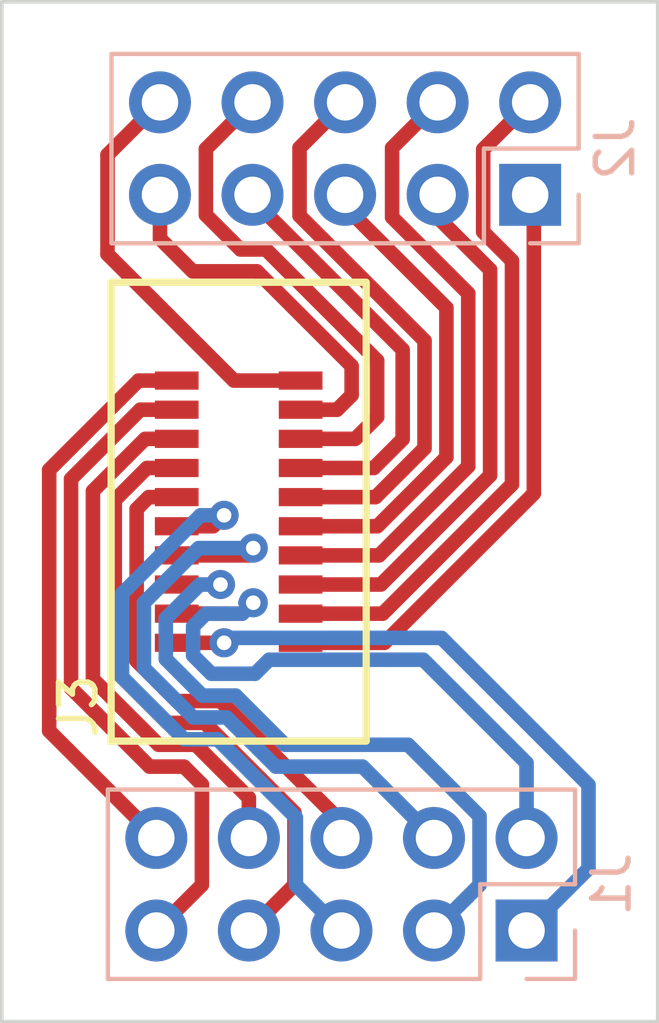
<source format=kicad_pcb>
(kicad_pcb (version 20200811) (host pcbnew "(5.99.0-2820-g96f4e8f6f)")

  (general
    (thickness 1.6)
    (drawings 1)
    (tracks 146)
    (modules 3)
    (nets 21)
  )

  (paper "A4")
  (layers
    (0 "F.Cu" signal)
    (31 "B.Cu" signal)
    (32 "B.Adhes" user)
    (33 "F.Adhes" user)
    (34 "B.Paste" user)
    (35 "F.Paste" user)
    (36 "B.SilkS" user)
    (37 "F.SilkS" user)
    (38 "B.Mask" user)
    (39 "F.Mask" user)
    (40 "Dwgs.User" user)
    (41 "Cmts.User" user)
    (42 "Eco1.User" user)
    (43 "Eco2.User" user)
    (44 "Edge.Cuts" user)
    (45 "Margin" user)
    (46 "B.CrtYd" user)
    (47 "F.CrtYd" user)
    (48 "B.Fab" user)
    (49 "F.Fab" user)
  )

  (setup
    (stackup
      (layer "F.SilkS" (type "Top Silk Screen"))
      (layer "F.Paste" (type "Top Solder Paste"))
      (layer "F.Mask" (type "Top Solder Mask") (color "Green") (thickness 0.01))
      (layer "F.Cu" (type "copper") (thickness 0.035))
      (layer "dielectric 1" (type "core") (thickness 1.51) (material "FR4") (epsilon_r 4.5) (loss_tangent 0.02))
      (layer "B.Cu" (type "copper") (thickness 0.035))
      (layer "B.Mask" (type "Bottom Solder Mask") (color "Green") (thickness 0.01))
      (layer "B.Paste" (type "Bottom Solder Paste"))
      (layer "B.SilkS" (type "Bottom Silk Screen"))
      (copper_finish "None")
      (dielectric_constraints no)
    )
    (pcbplotparams
      (layerselection 0x010fc_ffffffff)
      (usegerberextensions false)
      (usegerberattributes true)
      (usegerberadvancedattributes true)
      (creategerberjobfile true)
      (svguseinch false)
      (svgprecision 6)
      (excludeedgelayer true)
      (linewidth 0.100000)
      (plotframeref false)
      (viasonmask false)
      (mode 1)
      (useauxorigin false)
      (hpglpennumber 1)
      (hpglpenspeed 20)
      (hpglpendiameter 15.000000)
      (psnegative false)
      (psa4output false)
      (plotreference true)
      (plotvalue true)
      (plotinvisibletext false)
      (sketchpadsonfab false)
      (subtractmaskfromsilk false)
      (outputformat 1)
      (mirror false)
      (drillshape 0)
      (scaleselection 1)
      (outputdirectory "gerber")
    )
  )

  (net 0 "")
  (net 1 "/B10")
  (net 2 "/B9")
  (net 3 "/B8")
  (net 4 "/B7")
  (net 5 "/B6")
  (net 6 "/B5")
  (net 7 "/B4")
  (net 8 "/B3")
  (net 9 "/B2")
  (net 10 "/B1")
  (net 11 "/A10")
  (net 12 "/A9")
  (net 13 "/A8")
  (net 14 "/A7")
  (net 15 "/A6")
  (net 16 "/A5")
  (net 17 "/A4")
  (net 18 "/A3")
  (net 19 "/A2")
  (net 20 "/A1")

  (module "common_footprints:EPT_EC.8_20pin" (layer "F.Cu") (tedit 5F774092) (tstamp c207d776-726d-480b-9558-c1adf17e6ef5)
    (at 142 89 90)
    (property "Reichelt" "EC.8 20")
    (path "/3d1df27a-a102-4385-8696-8f0614142475")
    (fp_text reference "J3" (at -6.3 -4.4 90 unlocked) (layer "F.SilkS")
      (effects (font (size 1 1) (thickness 0.15)) (justify left))
      (tstamp 70aa0775-014b-47ac-8258-a8df007fe55c)
    )
    (fp_text value "EPT EC.8 20pin" (at 0 4.6 90 unlocked) (layer "F.Fab")
      (effects (font (size 1 1) (thickness 0.15)))
      (tstamp f5037e59-d813-4658-9ca9-c6def9709a30)
    )
    (fp_rect (start -6.3 -3.5) (end 6.3 3.5) (layer "F.SilkS") (width 0.2) (tstamp de881cc2-b912-4e6d-900c-5df5f7cbeb29))
    (pad "" np_thru_hole circle (at 5.2 0 90) (size 1.27 1.27) (drill 1.27) (layers *.Cu *.Mask)
      (solder_mask_margin 0.01) (clearance 0.05) (tstamp 55eba3bb-671b-4cc5-a741-86b223940f2e))
    (pad "" np_thru_hole circle (at -5.1 1.5 90) (size 1.27 1.27) (drill 1.27) (layers *.Cu *.Mask)
      (solder_mask_margin 0.01) (clearance 0.05) (tstamp bd267e36-48fd-426a-bd26-acc17af20de2))
    (pad "1" smd rect (at -3.6 1.7 90) (size 0.5 1.2) (layers "F.Cu" "F.Paste" "F.Mask")
      (net 20 "/A1") (pinfunction "Pin_1") (solder_mask_margin 0.01) (clearance 0.05) (tstamp 5e2a3ac4-b7ae-4de6-be5f-c6047bc3e66b))
    (pad "2" smd rect (at -3.6 -1.7 90) (size 0.5 1.2) (layers "F.Cu" "F.Paste" "F.Mask")
      (net 10 "/B1") (pinfunction "Pin_2") (solder_mask_margin 0.01) (clearance 0.05) (tstamp e7721210-fa4c-4acb-ae98-8378651cf5c7))
    (pad "3" smd rect (at -2.8 1.7 90) (size 0.5 1.2) (layers "F.Cu" "F.Paste" "F.Mask")
      (net 19 "/A2") (pinfunction "Pin_3") (solder_mask_margin 0.01) (clearance 0.05) (tstamp 9dafcdc0-cd27-4659-aab7-921f3b8e14cf))
    (pad "4" smd rect (at -2.8 -1.7 90) (size 0.5 1.2) (layers "F.Cu" "F.Paste" "F.Mask")
      (net 9 "/B2") (pinfunction "Pin_4") (solder_mask_margin 0.01) (clearance 0.05) (tstamp e80e7a3e-da77-4ce2-ae89-4007dc299c65))
    (pad "5" smd rect (at -2 1.7 90) (size 0.5 1.2) (layers "F.Cu" "F.Paste" "F.Mask")
      (net 18 "/A3") (pinfunction "Pin_5") (solder_mask_margin 0.01) (clearance 0.05) (tstamp 643014d6-72c2-4f4d-a7c4-bfc7b0b83a06))
    (pad "6" smd rect (at -2 -1.7 90) (size 0.5 1.2) (layers "F.Cu" "F.Paste" "F.Mask")
      (net 8 "/B3") (pinfunction "Pin_6") (solder_mask_margin 0.01) (clearance 0.05) (tstamp 9ae0ba6e-89e4-45e3-8d81-b22a12a3b98d))
    (pad "7" smd rect (at -1.2 1.7 90) (size 0.5 1.2) (layers "F.Cu" "F.Paste" "F.Mask")
      (net 17 "/A4") (pinfunction "Pin_7") (solder_mask_margin 0.01) (clearance 0.05) (tstamp 3f89cc0f-95ff-4164-822c-1608e975b7e1))
    (pad "8" smd rect (at -1.2 -1.7 90) (size 0.5 1.2) (layers "F.Cu" "F.Paste" "F.Mask")
      (net 7 "/B4") (pinfunction "Pin_8") (solder_mask_margin 0.01) (clearance 0.05) (tstamp ccbde77b-e584-4afa-81f5-deef96c684c8))
    (pad "9" smd rect (at -0.4 1.7 90) (size 0.5 1.2) (layers "F.Cu" "F.Paste" "F.Mask")
      (net 16 "/A5") (pinfunction "Pin_9") (solder_mask_margin 0.01) (clearance 0.05) (tstamp 1ffda658-7d6a-434a-88d8-4636bb182c95))
    (pad "10" smd rect (at -0.4 -1.7 90) (size 0.5 1.2) (layers "F.Cu" "F.Paste" "F.Mask")
      (net 6 "/B5") (pinfunction "Pin_10") (solder_mask_margin 0.01) (clearance 0.05) (tstamp bc35860c-6e2a-402b-a9ae-481432b3e0f6))
    (pad "11" smd rect (at 0.4 1.7 90) (size 0.5 1.2) (layers "F.Cu" "F.Paste" "F.Mask")
      (net 15 "/A6") (pinfunction "Pin_11") (solder_mask_margin 0.01) (clearance 0.05) (tstamp 229256d0-aaec-4bb7-b05b-6bc996e5f5bd))
    (pad "12" smd rect (at 0.4 -1.7 90) (size 0.5 1.2) (layers "F.Cu" "F.Paste" "F.Mask")
      (net 5 "/B6") (pinfunction "Pin_12") (solder_mask_margin 0.01) (clearance 0.05) (tstamp d52acd35-e3bb-4ba5-8c9a-70511c95272e))
    (pad "13" smd rect (at 1.2 1.7 90) (size 0.5 1.2) (layers "F.Cu" "F.Paste" "F.Mask")
      (net 14 "/A7") (pinfunction "Pin_13") (solder_mask_margin 0.01) (clearance 0.05) (tstamp 53c1cdf6-043a-4bcc-90e1-ad1b6267aeae))
    (pad "14" smd rect (at 1.2 -1.7 90) (size 0.5 1.2) (layers "F.Cu" "F.Paste" "F.Mask")
      (net 4 "/B7") (pinfunction "Pin_14") (solder_mask_margin 0.01) (clearance 0.05) (tstamp eab0e656-0e59-437b-a17b-c4fd04ab0b26))
    (pad "15" smd rect (at 2 1.7 90) (size 0.5 1.2) (layers "F.Cu" "F.Paste" "F.Mask")
      (net 13 "/A8") (pinfunction "Pin_15") (solder_mask_margin 0.01) (clearance 0.05) (tstamp 2f020e3b-e6fd-498c-aa29-084f0595ec81))
    (pad "16" smd rect (at 2 -1.7 90) (size 0.5 1.2) (layers "F.Cu" "F.Paste" "F.Mask")
      (net 3 "/B8") (pinfunction "Pin_16") (solder_mask_margin 0.01) (clearance 0.05) (tstamp 670b9f32-541d-4906-aabb-c9d6f19dac23))
    (pad "17" smd rect (at 2.8 1.7 90) (size 0.5 1.2) (layers "F.Cu" "F.Paste" "F.Mask")
      (net 12 "/A9") (pinfunction "Pin_17") (solder_mask_margin 0.01) (clearance 0.05) (tstamp 3848c83f-f022-406e-a190-eea643349fec))
    (pad "18" smd rect (at 2.8 -1.7 90) (size 0.5 1.2) (layers "F.Cu" "F.Paste" "F.Mask")
      (net 2 "/B9") (pinfunction "Pin_18") (solder_mask_margin 0.01) (clearance 0.05) (tstamp f9d07626-193e-4d25-80e0-95889d31c3f8))
    (pad "19" smd rect (at 3.6 1.7 90) (size 0.5 1.2) (layers "F.Cu" "F.Paste" "F.Mask")
      (net 11 "/A10") (pinfunction "Pin_19") (solder_mask_margin 0.01) (clearance 0.05) (tstamp efadc025-5295-4117-894e-76fc9c77d1a6))
    (pad "20" smd rect (at 3.6 -1.7 90) (size 0.5 1.2) (layers "F.Cu" "F.Paste" "F.Mask")
      (net 1 "/B10") (pinfunction "Pin_20") (solder_mask_margin 0.01) (clearance 0.05) (tstamp d103f9d8-ebca-4ad3-a67a-b9d13f8021f6))
  )

  (module "Connector_PinHeader_2.54mm:PinHeader_2x05_P2.54mm_Vertical" (layer "B.Cu") (tedit 59FED5CC) (tstamp 7e3389eb-1827-4dad-93d7-147fc82f0a9b)
    (at 150 80.3 90)
    (descr "Through hole straight pin header, 2x05, 2.54mm pitch, double rows")
    (tags "Through hole pin header THT 2x05 2.54mm double row")
    (path "/6b3463ed-6f77-4939-96a8-996fa4157a95")
    (fp_text reference "J2" (at 1.27 2.33 90) (layer "B.SilkS")
      (effects (font (size 1 1) (thickness 0.15)) (justify mirror))
      (tstamp ec7abf32-aeb5-4bb7-ba45-2bf4df3d5938)
    )
    (fp_text value "Conn_02x05_Odd_Even" (at 1.27 -12.49 90) (layer "B.Fab") hide
      (effects (font (size 1 1) (thickness 0.15)) (justify mirror))
      (tstamp 0fa26bb7-54fc-4326-96a1-cf513f39ed83)
    )
    (fp_text user "${REFERENCE}" (at 1.27 -5.08 180) (layer "B.Fab")
      (effects (font (size 1 1) (thickness 0.15)) (justify mirror))
      (tstamp 6fef10bb-ed44-4c58-b790-3ee1782b4cc6)
    )
    (fp_line (start -1.33 -1.27) (end -1.33 -11.49) (layer "B.SilkS") (width 0.12) (tstamp 1074bce0-d550-4b7f-895d-fd14c8297e5f))
    (fp_line (start -1.33 1.33) (end 0 1.33) (layer "B.SilkS") (width 0.12) (tstamp 53bfbb07-6ac0-4402-8765-22cdd9ea8724))
    (fp_line (start 1.27 -1.27) (end 1.27 1.33) (layer "B.SilkS") (width 0.12) (tstamp 9f43c302-6094-4689-922a-536ea065a227))
    (fp_line (start 3.87 1.33) (end 3.87 -11.49) (layer "B.SilkS") (width 0.12) (tstamp c8479459-98ab-4863-bdac-6965093e0511))
    (fp_line (start 1.27 1.33) (end 3.87 1.33) (layer "B.SilkS") (width 0.12) (tstamp c91baab0-086e-40ee-b184-fc10b8d61b72))
    (fp_line (start -1.33 0) (end -1.33 1.33) (layer "B.SilkS") (width 0.12) (tstamp cd9311e1-305f-4515-b637-afcf3e89f7ee))
    (fp_line (start -1.33 -11.49) (end 3.87 -11.49) (layer "B.SilkS") (width 0.12) (tstamp f0d2c314-3757-416a-bd10-0b674401889f))
    (fp_line (start -1.33 -1.27) (end 1.27 -1.27) (layer "B.SilkS") (width 0.12) (tstamp fbcc76a1-ea92-420f-a313-aedebfdb3f34))
    (fp_line (start 4.35 1.8) (end -1.8 1.8) (layer "B.CrtYd") (width 0.05) (tstamp 27942762-87f2-4803-a079-90015015015d))
    (fp_line (start -1.8 -11.95) (end 4.35 -11.95) (layer "B.CrtYd") (width 0.05) (tstamp 611dc478-0aac-401e-bee3-5bb328003a85))
    (fp_line (start 4.35 -11.95) (end 4.35 1.8) (layer "B.CrtYd") (width 0.05) (tstamp bee4732d-41ac-4fdf-becc-236997510da5))
    (fp_line (start -1.8 1.8) (end -1.8 -11.95) (layer "B.CrtYd") (width 0.05) (tstamp c97b7a40-226f-48c0-90bc-4849c5b26399))
    (fp_line (start 3.81 1.27) (end 3.81 -11.43) (layer "B.Fab") (width 0.1) (tstamp 021a4e1f-5cb1-43e0-8801-51aa96c7be40))
    (fp_line (start 0 1.27) (end 3.81 1.27) (layer "B.Fab") (width 0.1) (tstamp 5871cf0a-f48b-4194-8a2f-2721d132c2d0))
    (fp_line (start -1.27 0) (end 0 1.27) (layer "B.Fab") (width 0.1) (tstamp 7bd76e79-f68a-4d76-b181-2d972eba1d85))
    (fp_line (start 3.81 -11.43) (end -1.27 -11.43) (layer "B.Fab") (width 0.1) (tstamp 8d0e0701-73a6-46c3-9816-a55cbd07843a))
    (fp_line (start -1.27 -11.43) (end -1.27 0) (layer "B.Fab") (width 0.1) (tstamp be61eaa2-bd6d-48d5-8028-e1197e5309f3))
    (pad "1" thru_hole rect (at 0 0 90) (size 1.7 1.7) (drill 1) (layers *.Cu *.Mask) (remove_unused_layers) (keep_end_layers)
      (net 20 "/A1") (pinfunction "Pin_1") (tstamp 45b42be2-cea1-47b2-8879-272ff0e7abf4))
    (pad "2" thru_hole oval (at 2.54 0 90) (size 1.7 1.7) (drill 1) (layers *.Cu *.Mask) (remove_unused_layers) (keep_end_layers)
      (net 19 "/A2") (pinfunction "Pin_2") (tstamp e0fb7058-f546-4279-9ec6-99b74ea8c3fa))
    (pad "3" thru_hole oval (at 0 -2.54 90) (size 1.7 1.7) (drill 1) (layers *.Cu *.Mask) (remove_unused_layers) (keep_end_layers)
      (net 18 "/A3") (pinfunction "Pin_3") (tstamp 4beb6792-07bf-472b-ad1d-8017cf9b498c))
    (pad "4" thru_hole oval (at 2.54 -2.54 90) (size 1.7 1.7) (drill 1) (layers *.Cu *.Mask)
      (net 17 "/A4") (pinfunction "Pin_4") (tstamp 7a58c48b-1306-417e-9b55-8350ecd70605))
    (pad "5" thru_hole oval (at 0 -5.08 90) (size 1.7 1.7) (drill 1) (layers *.Cu *.Mask)
      (net 16 "/A5") (pinfunction "Pin_5") (tstamp beb08ce1-9ce1-4ee8-b81b-30c89cba792e))
    (pad "6" thru_hole oval (at 2.54 -5.08 90) (size 1.7 1.7) (drill 1) (layers *.Cu *.Mask)
      (net 15 "/A6") (pinfunction "Pin_6") (tstamp 9c632be4-bd26-47f8-b8db-1fdb3a5193e3))
    (pad "7" thru_hole oval (at 0 -7.62 90) (size 1.7 1.7) (drill 1) (layers *.Cu *.Mask)
      (net 14 "/A7") (pinfunction "Pin_7") (tstamp dfe0ca30-6633-4e05-976f-7cb2462cf2ad))
    (pad "8" thru_hole oval (at 2.54 -7.62 90) (size 1.7 1.7) (drill 1) (layers *.Cu *.Mask)
      (net 13 "/A8") (pinfunction "Pin_8") (tstamp 0e81ecb6-8a2d-49ac-9629-61448914cf4c))
    (pad "9" thru_hole oval (at 0 -10.16 90) (size 1.7 1.7) (drill 1) (layers *.Cu *.Mask)
      (net 12 "/A9") (pinfunction "Pin_9") (tstamp aa6c8b71-14c5-4b37-862e-0ae5079b6250))
    (pad "10" thru_hole oval (at 2.54 -10.16 90) (size 1.7 1.7) (drill 1) (layers *.Cu *.Mask)
      (net 11 "/A10") (pinfunction "Pin_10") (tstamp a0fad4a0-f214-4b40-8faa-d3e39c29b893))
    (model "${KISYS3DMOD}/Connector_PinHeader_2.54mm.3dshapes/PinHeader_2x05_P2.54mm_Vertical.wrl"
      (offset (xyz 0 0 0))
      (scale (xyz 1 1 1))
      (rotate (xyz 0 0 0))
    )
  )

  (module "Connector_PinHeader_2.54mm:PinHeader_2x05_P2.54mm_Vertical" (layer "B.Cu") (tedit 59FED5CC) (tstamp a843ead7-b140-4625-b0b5-a62fd60cd038)
    (at 149.9 100.5 90)
    (descr "Through hole straight pin header, 2x05, 2.54mm pitch, double rows")
    (tags "Through hole pin header THT 2x05 2.54mm double row")
    (path "/11c51f8e-2d37-4686-bde5-822593c1e251")
    (fp_text reference "J1" (at 1.27 2.33 90) (layer "B.SilkS")
      (effects (font (size 1 1) (thickness 0.15)) (justify mirror))
      (tstamp f3519a5d-4e31-481e-b6e7-216578eb599a)
    )
    (fp_text value "Conn_02x05_Odd_Even" (at 1.27 -12.49 90) (layer "B.Fab") hide
      (effects (font (size 1 1) (thickness 0.15)) (justify mirror))
      (tstamp 3ef2f5a0-6974-442e-9ae9-7b0f3f70a808)
    )
    (fp_text user "${REFERENCE}" (at 1.27 -5.08 180) (layer "B.Fab")
      (effects (font (size 1 1) (thickness 0.15)) (justify mirror))
      (tstamp 0a1cf444-7276-4fcf-b195-7d23c555e508)
    )
    (fp_line (start -1.33 -1.27) (end -1.33 -11.49) (layer "B.SilkS") (width 0.12) (tstamp 8302f071-748d-42c9-aad9-df80e0fbf05f))
    (fp_line (start -1.33 -1.27) (end 1.27 -1.27) (layer "B.SilkS") (width 0.12) (tstamp 99cc708a-d1d3-4810-847b-494e03415c75))
    (fp_line (start 1.27 1.33) (end 3.87 1.33) (layer "B.SilkS") (width 0.12) (tstamp a3130435-b013-4b38-8ce7-cd81ff17aac4))
    (fp_line (start -1.33 1.33) (end 0 1.33) (layer "B.SilkS") (width 0.12) (tstamp ae302555-0612-4917-8115-cc87a2cdc45f))
    (fp_line (start 1.27 -1.27) (end 1.27 1.33) (layer "B.SilkS") (width 0.12) (tstamp aff06da1-15e8-4ccd-ac52-13d31a0030fc))
    (fp_line (start -1.33 0) (end -1.33 1.33) (layer "B.SilkS") (width 0.12) (tstamp cd702422-62c5-4efb-93f8-5076b2bcd84e))
    (fp_line (start 3.87 1.33) (end 3.87 -11.49) (layer "B.SilkS") (width 0.12) (tstamp e445e484-7619-4ac8-8f79-f8d458650bc9))
    (fp_line (start -1.33 -11.49) (end 3.87 -11.49) (layer "B.SilkS") (width 0.12) (tstamp e7bf1d61-c539-414f-acdc-727ba1eea6e2))
    (fp_line (start 4.35 1.8) (end -1.8 1.8) (layer "B.CrtYd") (width 0.05) (tstamp a08ae029-ec15-40e8-9e84-389553bf30da))
    (fp_line (start -1.8 1.8) (end -1.8 -11.95) (layer "B.CrtYd") (width 0.05) (tstamp a61ed065-5d14-4e62-a2db-05c47f0cb4b4))
    (fp_line (start -1.8 -11.95) (end 4.35 -11.95) (layer "B.CrtYd") (width 0.05) (tstamp ae069682-463b-4d4a-bebd-ec2fd523583c))
    (fp_line (start 4.35 -11.95) (end 4.35 1.8) (layer "B.CrtYd") (width 0.05) (tstamp df007aa5-b452-400f-9768-702909385373))
    (fp_line (start -1.27 -11.43) (end -1.27 0) (layer "B.Fab") (width 0.1) (tstamp 248ef2d2-b3cc-40a9-9672-632e56a3d5f7))
    (fp_line (start 0 1.27) (end 3.81 1.27) (layer "B.Fab") (width 0.1) (tstamp 25789668-01e8-4b52-a2bf-72a731107a70))
    (fp_line (start 3.81 1.27) (end 3.81 -11.43) (layer "B.Fab") (width 0.1) (tstamp 48b93026-fe79-431e-8390-0ffd4cdbc603))
    (fp_line (start 3.81 -11.43) (end -1.27 -11.43) (layer "B.Fab") (width 0.1) (tstamp 7779838b-f553-4723-aedf-eb9f85c9c641))
    (fp_line (start -1.27 0) (end 0 1.27) (layer "B.Fab") (width 0.1) (tstamp ecb101b1-33bc-4ad4-8135-44c4a18b8821))
    (pad "1" thru_hole rect (at 0 0 90) (size 1.7 1.7) (drill 1) (layers *.Cu *.Mask) (remove_unused_layers) (keep_end_layers)
      (net 10 "/B1") (pinfunction "Pin_1") (tstamp 04aee0c9-a526-40fa-b921-29006afded8f))
    (pad "2" thru_hole oval (at 2.54 0 90) (size 1.7 1.7) (drill 1) (layers *.Cu *.Mask) (remove_unused_layers) (keep_end_layers)
      (net 9 "/B2") (pinfunction "Pin_2") (tstamp f48f447b-401a-4211-98e4-b052351a559c))
    (pad "3" thru_hole oval (at 0 -2.54 90) (size 1.7 1.7) (drill 1) (layers *.Cu *.Mask)
      (net 8 "/B3") (pinfunction "Pin_3") (tstamp f4a89fec-8a89-480c-be09-6b0e6ee7e75f))
    (pad "4" thru_hole oval (at 2.54 -2.54 90) (size 1.7 1.7) (drill 1) (layers *.Cu *.Mask) (remove_unused_layers) (keep_end_layers)
      (net 7 "/B4") (pinfunction "Pin_4") (tstamp 157e8276-85af-4a26-9ab3-69b3a0357bf1))
    (pad "5" thru_hole oval (at 0 -5.08 90) (size 1.7 1.7) (drill 1) (layers *.Cu *.Mask)
      (net 6 "/B5") (pinfunction "Pin_5") (tstamp 18b37ab6-6717-422d-9472-e94babf69c46))
    (pad "6" thru_hole oval (at 2.54 -5.08 90) (size 1.7 1.7) (drill 1) (layers *.Cu *.Mask)
      (net 5 "/B6") (pinfunction "Pin_6") (tstamp e8f37880-3230-4b1e-87bc-786e5108daa4))
    (pad "7" thru_hole oval (at 0 -7.62 90) (size 1.7 1.7) (drill 1) (layers *.Cu *.Mask)
      (net 4 "/B7") (pinfunction "Pin_7") (tstamp 3b44843d-a4e6-44f8-9827-989f0e26aaca))
    (pad "8" thru_hole oval (at 2.54 -7.62 90) (size 1.7 1.7) (drill 1) (layers *.Cu *.Mask)
      (net 3 "/B8") (pinfunction "Pin_8") (tstamp 090bbc9a-0a08-433c-98f2-b52aafc3aca4))
    (pad "9" thru_hole oval (at 0 -10.16 90) (size 1.7 1.7) (drill 1) (layers *.Cu *.Mask)
      (net 2 "/B9") (pinfunction "Pin_9") (tstamp edcf5b1e-7b62-4332-a7f5-599c7de691ff))
    (pad "10" thru_hole oval (at 2.54 -10.16 90) (size 1.7 1.7) (drill 1) (layers *.Cu *.Mask)
      (net 1 "/B10") (pinfunction "Pin_10") (tstamp eed37ebf-a385-4dae-987b-3ffe8a6cd930))
    (model "${KISYS3DMOD}/Connector_PinHeader_2.54mm.3dshapes/PinHeader_2x05_P2.54mm_Vertical.wrl"
      (offset (xyz 0 0 0))
      (scale (xyz 1 1 1))
      (rotate (xyz 0 0 0))
    )
  )

  (gr_rect (start 135.5 103) (end 153.5 75) (layer "Edge.Cuts") (width 0.1) (tstamp 99fe2f77-5364-45d5-a1e4-a6b4b968f063))

  (segment (start 136.799962 95.019962) (end 139.74 97.96) (width 0.4) (layer "F.Cu") (net 1) (tstamp 0d104151-7545-49a9-aa4c-e827ec7a399f))
  (segment (start 139.251458 85.4) (end 136.799962 87.851496) (width 0.4) (layer "F.Cu") (net 1) (tstamp 3a733244-97e5-404a-990f-c66935b22a0e))
  (segment (start 140.3 85.4) (end 139.251458 85.4) (width 0.4) (layer "F.Cu") (net 1) (tstamp cfe4c02a-1c2a-442e-9c2e-56f6a08f56e5))
  (segment (start 136.799962 87.851496) (end 136.799962 95.019962) (width 0.4) (layer "F.Cu") (net 1) (tstamp f0de33f2-a6d2-40ce-8ab2-d9fe77816bd8))
  (segment (start 140.990001 96.490001) (end 140.50003 96.00003) (width 0.4) (layer "F.Cu") (net 2) (tstamp 1ed91f92-a06e-4e1d-80ee-5145fe854cf0))
  (segment (start 137.399972 93.845596) (end 137.399972 88.100028) (width 0.4) (layer "F.Cu") (net 2) (tstamp 3a4b112f-9f29-4dcd-a18f-177374058ef1))
  (segment (start 139.554404 96.00003) (end 137.399972 93.845596) (width 0.4) (layer "F.Cu") (net 2) (tstamp 54544f85-59a5-475a-9dd1-2ab3d1fa5e33))
  (segment (start 139.3 86.2) (end 140.3 86.2) (width 0.4) (layer "F.Cu") (net 2) (tstamp 715821a7-3bfb-4348-b0fd-7a268e90bc25))
  (segment (start 140.50003 96.00003) (end 139.554404 96.00003) (width 0.4) (layer "F.Cu") (net 2) (tstamp 7a2660af-8766-4750-9e7e-741dcfef417f))
  (segment (start 137.399972 88.100028) (end 139.3 86.2) (width 0.4) (layer "F.Cu") (net 2) (tstamp 9c0abe2f-b051-4e58-b35b-285cd5fc4450))
  (segment (start 140.990001 99.249999) (end 140.990001 96.490001) (width 0.4) (layer "F.Cu") (net 2) (tstamp 9f3ee94f-703a-4327-88b6-8c2375305542))
  (segment (start 139.74 100.5) (end 140.990001 99.249999) (width 0.4) (layer "F.Cu") (net 2) (tstamp d635bcb5-c248-4183-a662-972c82e9882d))
  (segment (start 139.432912 87) (end 137.99998 88.432934) (width 0.4) (layer "F.Cu") (net 3) (tstamp 463d9e2b-d958-4243-8314-76dfc74dc2cd))
  (segment (start 137.999982 93.597066) (end 139.802936 95.40002) (width 0.4) (layer "F.Cu") (net 3) (tstamp 6bc2fe55-5138-4c73-a629-265bdef6d750))
  (segment (start 140.82148 95.40002) (end 142.28 96.85854) (width 0.4) (layer "F.Cu") (net 3) (tstamp 88b69325-53a5-4a19-9fbf-5b1702c09c4f))
  (segment (start 140.3 87) (end 139.432912 87) (width 0.4) (layer "F.Cu") (net 3) (tstamp aea5be79-e187-4583-a248-c50c8a064ea0))
  (segment (start 139.802936 95.40002) (end 140.82148 95.40002) (width 0.4) (layer "F.Cu") (net 3) (tstamp e4f5989e-c746-4c2f-9655-855d3882a0ea))
  (segment (start 142.28 96.85854) (end 142.28 97.96) (width 0.4) (layer "F.Cu") (net 3) (tstamp e7d0c8f0-d373-46f7-a0c2-913047f0df5d))
  (segment (start 137.99998 88.432934) (end 137.999982 93.597066) (width 0.4) (layer "F.Cu") (net 3) (tstamp e854e6fa-b1e0-4489-a830-8d7a6713d4b1))
  (segment (start 138.599991 93.348533) (end 140.051468 94.80001) (width 0.4) (layer "F.Cu") (net 4) (tstamp 03489445-7924-45e4-afa7-27ad5b2124aa))
  (segment (start 138.59999 88.681466) (end 138.599991 93.348533) (width 0.4) (layer "F.Cu") (net 4) (tstamp 0873d636-4a3c-4ef1-a9ef-d404b4fdbc88))
  (segment (start 140.051468 94.80001) (end 141.070012 94.80001) (width 0.4) (layer "F.Cu") (net 4) (tstamp 1f8b49aa-571b-423c-a811-91912d149385))
  (segment (start 140.3 87.8) (end 139.481455 87.8) (width 0.4) (layer "F.Cu") (net 4) (tstamp 57441cf2-def7-4018-9977-b731d617451b))
  (segment (start 143.530001 97.259999) (end 143.530001 99.249999) (width 0.4) (layer "F.Cu") (net 4) (tstamp 6f510e42-6868-4fa0-8caa-e0003688d682))
  (segment (start 141.070012 94.80001) (end 143.530001 97.259999) (width 0.4) (layer "F.Cu") (net 4) (tstamp 73e2f8f2-6e38-419c-ad8d-0ee55d7354dd))
  (segment (start 139.481455 87.8) (end 138.59999 88.681466) (width 0.4) (layer "F.Cu") (net 4) (tstamp 7e4fff2c-7e1f-4a4d-9abc-5f73f80f98e6))
  (segment (start 143.530001 99.249999) (end 142.28 100.5) (width 0.4) (layer "F.Cu") (net 4) (tstamp fadbda1a-c77f-4e49-9da6-8024355abd98))
  (segment (start 144.82 97.52) (end 144.82 97.96) (width 0.4) (layer "F.Cu") (net 5) (tstamp 19d13956-bfb5-4666-a92e-e6c93965c973))
  (segment (start 139.529998 88.6) (end 139.2 88.929998) (width 0.4) (layer "F.Cu") (net 5) (tstamp 2ba52a1f-836d-4db3-bf1e-4607fb941726))
  (segment (start 140.3 88.6) (end 139.529998 88.6) (width 0.4) (layer "F.Cu") (net 5) (tstamp 7143555d-f532-4c2e-a54c-6179bcf08889))
  (segment (start 139.2 93.1) (end 140.3 94.2) (width 0.4) (layer "F.Cu") (net 5) (tstamp 725b3b98-b1c0-4b0b-a06f-c1495d231bf2))
  (segment (start 139.2 88.929998) (end 139.2 93.1) (width 0.4) (layer "F.Cu") (net 5) (tstamp 8512de58-0cd0-4d47-9ab6-c5158680a6a5))
  (segment (start 141.5 94.2) (end 144.82 97.52) (width 0.4) (layer "F.Cu") (net 5) (tstamp 90541a8e-7153-4d2f-a066-547e08827f7e))
  (segment (start 140.3 94.2) (end 141.5 94.2) (width 0.4) (layer "F.Cu") (net 5) (tstamp 9ea88de2-2063-4e3d-9abf-549248bbe58a))
  (segment (start 141.6 89.1) (end 141.3 89.4) (width 0.4) (layer "F.Cu") (net 6) (tstamp 377fedf0-2ad6-4024-bde1-e29aba446d46))
  (segment (start 141.3 89.4) (end 140.3 89.4) (width 0.4) (layer "F.Cu") (net 6) (tstamp 7003931b-879d-497b-bf86-561a58b65b6b))
  (via (at 141.6 89.1) (size 0.8) (drill 0.4) (layers "F.Cu" "B.Cu") (net 6) (tstamp b7c4a6a7-865b-41d4-8564-06836f4abc68))
  (segment (start 140.951458 89.1) (end 141.5 89.1) (width 0.4) (layer "B.Cu") (net 6) (tstamp 09f9093c-3a56-44bb-bd06-3abc59314275))
  (segment (start 143.569999 97.399997) (end 141.420031 95.250029) (width 0.4) (layer "B.Cu") (net 6) (tstamp 40a004f8-3b5f-4b51-86ae-e64d5cf5974a))
  (segment (start 143.569999 99.249999) (end 143.569999 97.399997) (width 0.4) (layer "B.Cu") (net 6) (tstamp 5e987669-41fb-4608-810f-13df98b810a8))
  (segment (start 144.82 100.5) (end 143.569999 99.249999) (width 0.4) (layer "B.Cu") (net 6) (tstamp 73e229e0-b8f6-40b6-a98e-95b8d778639e))
  (segment (start 141.420031 95.250029) (end 140.504404 95.250028) (width 0.4) (layer "B.Cu") (net 6) (tstamp 9d5ddc57-da4d-411f-949c-30532740b16b))
  (segment (start 140.504404 95.250028) (end 138.79999 93.545616) (width 0.4) (layer "B.Cu") (net 6) (tstamp b9535b87-4f38-433d-ac5e-0588066b7d4c))
  (segment (start 138.79999 93.545616) (end 138.799991 91.251467) (width 0.4) (layer "B.Cu") (net 6) (tstamp b9d0f434-72e8-44b5-9984-1aabe318e23c))
  (segment (start 138.799991 91.251467) (end 140.951458 89.1) (width 0.4) (layer "B.Cu") (net 6) (tstamp d552f6f0-5637-47db-8711-d2dbbc430c79))
  (segment (start 142.3 90.2) (end 142.5 90) (width 0.4) (layer "F.Cu") (net 7) (tstamp 1126a94a-ef23-4470-896d-168d5334417d))
  (segment (start 140.3 90.2) (end 142.3 90.2) (width 0.4) (layer "F.Cu") (net 7) (tstamp 98a35a2d-4aa5-4518-82c4-461b8f1b8165))
  (via (at 142.4 90) (size 0.8) (drill 0.4) (layers "F.Cu" "B.Cu") (net 7) (tstamp f186b58b-200a-4267-ba7e-7e495e35d410))
  (segment (start 142.4 90) (end 140.9 90) (width 0.4) (layer "B.Cu") (net 7) (tstamp 032c07e4-6d1f-4f66-a556-47979648fda5))
  (segment (start 140.9 90) (end 139.4 91.5) (width 0.4) (layer "B.Cu") (net 7) (tstamp 326e99fe-ba35-4672-ae41-7515edac9d99))
  (segment (start 141.669675 94.65002) (end 143.019655 96) (width 0.4) (layer "B.Cu") (net 7) (tstamp 50ea91e4-df17-41c0-97a7-d545849e6675))
  (segment (start 139.4 91.5) (end 139.4 93.297084) (width 0.4) (layer "B.Cu") (net 7) (tstamp 6676abac-775a-4c72-91f2-c8b98b72fd3c))
  (segment (start 139.4 93.297084) (end 140.752935 94.650019) (width 0.4) (layer "B.Cu") (net 7) (tstamp bbd28c33-6dec-42ec-a08d-6845db7ee6b0))
  (segment (start 140.752935 94.650019) (end 141.669675 94.65002) (width 0.4) (layer "B.Cu") (net 7) (tstamp c2359142-f56e-49ac-a57e-d2b3b6e961ab))
  (segment (start 145.4 96) (end 147.36 97.96) (width 0.4) (layer "B.Cu") (net 7) (tstamp dd811bab-063d-4874-a998-30b4f213e4bd))
  (segment (start 143.019655 96) (end 145.4 96) (width 0.4) (layer "B.Cu") (net 7) (tstamp dfc75b76-0243-4340-80ec-d534c93752e7))
  (segment (start 141.4 91) (end 140.3 91) (width 0.4) (layer "F.Cu") (net 8) (tstamp a1219e40-d14a-48e3-89de-44e890fae747))
  (via (at 141.5 91) (size 0.8) (drill 0.4) (layers "F.Cu" "B.Cu") (net 8) (tstamp d097c91d-4ff0-4931-9f22-30ecbd1de3ce))
  (segment (start 147.36 100.5) (end 148.610001 99.249999) (width 0.4) (layer "B.Cu") (net 8) (tstamp 05497b22-3d9a-474b-989f-a53c4cac27fa))
  (segment (start 148.610001 99.249999) (end 148.610001 97.359999) (width 0.4) (layer "B.Cu") (net 8) (tstamp 3c9ef126-9774-4e04-b3ef-785dd4293cff))
  (segment (start 141.918207 94.05001) (end 141.001468 94.05001) (width 0.4) (layer "B.Cu") (net 8) (tstamp 4a4b574a-24cc-49b9-b3c5-a0bc59c911e4))
  (segment (start 148.610001 97.359999) (end 146.650002 95.4) (width 0.4) (layer "B.Cu") (net 8) (tstamp 5c8d5781-9d18-47a7-b3e7-97b53e99aad6))
  (segment (start 141.001468 94.05001) (end 140 93.048542) (width 0.4) (layer "B.Cu") (net 8) (tstamp 5d9512c5-88db-41cf-90b4-9e3f50120ce5))
  (segment (start 143.268197 95.4) (end 141.918207 94.05001) (width 0.4) (layer "B.Cu") (net 8) (tstamp 5f3a0869-d42c-407a-854c-8647d09f31b1))
  (segment (start 140 91.934315) (end 140.934315 91) (width 0.4) (layer "B.Cu") (net 8) (tstamp 60a0f3d7-7c2f-472c-b1b2-ecfd5e7880d4))
  (segment (start 146.650002 95.4) (end 143.268197 95.4) (width 0.4) (layer "B.Cu") (net 8) (tstamp bd084719-85b7-48de-8261-ee20ec9a34c3))
  (segment (start 140.934315 91) (end 141.5 91) (width 0.4) (layer "B.Cu") (net 8) (tstamp c65d6a74-e3f4-4c0d-9302-8baf25fc1d37))
  (segment (start 140 93.048542) (end 140 91.934315) (width 0.4) (layer "B.Cu") (net 8) (tstamp dd01b5b2-9573-406e-b37c-d4e7766990bd))
  (segment (start 142.4 91.5) (end 142.1 91.8) (width 0.4) (layer "F.Cu") (net 9) (tstamp 148f1cf2-1557-402f-b8b7-d8b1f5b7a4e5))
  (segment (start 142.1 91.8) (end 140.3 91.8) (width 0.4) (layer "F.Cu") (net 9) (tstamp b0272ac6-3e60-47aa-9c80-dc043656436e))
  (segment (start 140.3 91.8) (end 141.7 91.8) (width 0.4) (layer "F.Cu") (net 9) (tstamp ef43daf8-334e-4e7f-8638-d7ce2e79a487))
  (via (at 142.4 91.5) (size 0.8) (drill 0.4) (layers "F.Cu" "B.Cu") (net 9) (tstamp dc5b1852-983e-4a8d-931b-829600179f03))
  (segment (start 147.064999 93.064999) (end 149.9 95.9) (width 0.4) (layer "B.Cu") (net 9) (tstamp 246b10fa-d4a2-4f27-95e6-a9a0175ab9de))
  (segment (start 140.75 92.95) (end 141.25 93.45) (width 0.4) (layer "B.Cu") (net 9) (tstamp 36b5755f-7309-4a7e-9821-a007be6fbdcd))
  (segment (start 149.9 95.9) (end 149.9 97.96) (width 0.4) (layer "B.Cu") (net 9) (tstamp 38b48501-a748-4042-ae88-d440c2289286))
  (segment (start 142.45 93.45) (end 142.835001 93.064999) (width 0.4) (layer "B.Cu") (net 9) (tstamp 38ebb8e3-3a1b-40ae-ab5a-9f7cb58f229b))
  (segment (start 142.835001 93.064999) (end 147.064999 93.064999) (width 0.4) (layer "B.Cu") (net 9) (tstamp 4a2ca2f6-0218-48cd-aaf0-c789ab358568))
  (segment (start 141.25 93.45) (end 142.45 93.45) (width 0.4) (layer "B.Cu") (net 9) (tstamp 6aa7bd6b-2829-4146-9b3d-a480e2983fdb))
  (segment (start 142.4 91.5) (end 142.1 91.8) (width 0.4) (layer "B.Cu") (net 9) (tstamp 8969024a-5e45-4666-8057-4c765d832bac))
  (segment (start 140.75 92.15) (end 140.75 92.95) (width 0.4) (layer "B.Cu") (net 9) (tstamp a6ef2fd5-2c48-473a-845b-7865cebe8f0c))
  (segment (start 141.1 91.8) (end 140.75 92.15) (width 0.4) (layer "B.Cu") (net 9) (tstamp bc9735d2-6be4-47da-abd4-3c7adecc7e73))
  (segment (start 142.4 91.5) (end 142.184002 91.5) (width 0.4) (layer "B.Cu") (net 9) (tstamp cb9b2d23-d285-4a2b-8972-6a9446717663))
  (segment (start 142.1 91.8) (end 141.1 91.8) (width 0.4) (layer "B.Cu") (net 9) (tstamp fac22f4f-b207-4674-9268-7011ade281f7))
  (segment (start 140.3 92.6) (end 141.6 92.6) (width 0.4) (layer "F.Cu") (net 10) (tstamp a9b24e12-60c4-4c79-b941-e03c255fd899))
  (via (at 141.6 92.6) (size 0.8) (drill 0.4) (layers "F.Cu" "B.Cu") (net 10) (tstamp acb787b6-7821-417c-b157-953053046b32))
  (segment (start 141.6 92.6) (end 141.735011 92.464989) (width 0.4) (layer "B.Cu") (net 10) (tstamp 2fe30413-e126-4d3e-83df-a083195fe43d))
  (segment (start 151.6 96.5) (end 151.6 98.8) (width 0.4) (layer "B.Cu") (net 10) (tstamp 30406431-e2ac-4827-ba75-3f4aa9042e63))
  (segment (start 147.564989 92.464989) (end 151.6 96.5) (width 0.4) (layer "B.Cu") (net 10) (tstamp 97f36482-0cca-4064-880c-d8ed380e3c91))
  (segment (start 141.735011 92.464989) (end 147.564989 92.464989) (width 0.4) (layer "B.Cu") (net 10) (tstamp c1463561-b175-464c-8574-0408082bfbff))
  (segment (start 151.6 98.8) (end 149.9 100.5) (width 0.4) (layer "B.Cu") (net 10) (tstamp cf9b926f-4eb5-4aa5-b5bd-60882786bcad))
  (segment (start 138.4 79.2) (end 139.84 77.76) (width 0.4) (layer "F.Cu") (net 11) (tstamp 1ed7ac41-6d73-4d66-aa01-69698839cb13))
  (segment (start 141.870002 85.4) (end 138.4 81.929998) (width 0.4) (layer "F.Cu") (net 11) (tstamp a9592a92-1b75-4b6f-94e3-0fa384a9096b))
  (segment (start 143.7 85.4) (end 141.870002 85.4) (width 0.4) (layer "F.Cu") (net 11) (tstamp aedc0cd4-af1c-4a4f-b574-89dd29ace6d2))
  (segment (start 138.4 81.929998) (end 138.4 79.2) (width 0.4) (layer "F.Cu") (net 11) (tstamp dc2a4e69-6be8-483f-859e-002f05166f51))
  (segment (start 145.1 85.8) (end 145.1 85) (width 0.4) (layer "F.Cu") (net 12) (tstamp 510e7742-4dee-45d9-82ab-8ef98b76498b))
  (segment (start 140.737919 82.4) (end 139.84 81.502081) (width 0.4) (layer "F.Cu") (net 12) (tstamp 54e87e68-0aca-41f4-b428-b32379b75826))
  (segment (start 145.1 85) (end 142.5 82.4) (width 0.4) (layer "F.Cu") (net 12) (tstamp 77c15e8b-aa81-42f8-a809-23b21adba9b7))
  (segment (start 144.7 86.2) (end 145.1 85.8) (width 0.4) (layer "F.Cu") (net 12) (tstamp 7af45ba2-f2ba-4121-bb00-10e552e267a0))
  (segment (start 143.7 86.2) (end 144.7 86.2) (width 0.4) (layer "F.Cu") (net 12) (tstamp 860f33f7-b458-4754-8369-43e1898f1280))
  (segment (start 139.84 81.502081) (end 139.84 80.3) (width 0.4) (layer "F.Cu") (net 12) (tstamp 96f83150-1fcb-435f-921c-71d0625d78d9))
  (segment (start 142.5 82.4) (end 140.737919 82.4) (width 0.4) (layer "F.Cu") (net 12) (tstamp abcb3f09-48e7-4acb-9649-37f6c03916f1))
  (segment (start 141.1 80.851457) (end 141.1 79.04) (width 0.4) (layer "F.Cu") (net 13) (tstamp 11855b57-9b4c-401d-9aad-e1192b16876a))
  (segment (start 143.7 87) (end 145.2 87) (width 0.4) (layer "F.Cu") (net 13) (tstamp 18d6c9f5-0117-4a6e-ac96-b7c207c256b5))
  (segment (start 142.748532 81.799989) (end 142.048532 81.799989) (width 0.4) (layer "F.Cu") (net 13) (tstamp 1c7a4311-dc69-450b-ae9c-d7a4096c5846))
  (segment (start 145.8 86.4) (end 145.8 84.851457) (width 0.4) (layer "F.Cu") (net 13) (tstamp 630c3c21-ee9e-4d02-9f8e-218d448108c3))
  (segment (start 145.8 84.851457) (end 142.748532 81.799989) (width 0.4) (layer "F.Cu") (net 13) (tstamp b128d1c2-7597-400e-a739-0ceae4b8b343))
  (segment (start 142.048532 81.799989) (end 141.1 80.851457) (width 0.4) (layer "F.Cu") (net 13) (tstamp c3057f0a-d2da-4519-ad2b-0d67690172ca))
  (segment (start 145.2 87) (end 145.8 86.4) (width 0.4) (layer "F.Cu") (net 13) (tstamp f868317e-5f2a-4402-9c35-6193c1661489))
  (segment (start 141.1 79.04) (end 142.38 77.76) (width 0.4) (layer "F.Cu") (net 13) (tstamp fb3076f4-b335-4d25-ae0f-cd6c436c0aa6))
  (segment (start 142.38 80.431457) (end 146.499934 84.551391) (width 0.4) (layer "F.Cu") (net 14) (tstamp 7c90be38-c865-4a73-a855-e34591aad8f9))
  (segment (start 146.499934 87.008814) (end 145.708748 87.8) (width 0.4) (layer "F.Cu") (net 14) (tstamp 9ef9f7f4-6ceb-4b6e-83eb-34d5e076d74b))
  (segment (start 145.708748 87.8) (end 143.7 87.8) (width 0.4) (layer "F.Cu") (net 14) (tstamp a17c0d38-336c-4683-bf09-5c05f0019e73))
  (segment (start 146.499934 84.551391) (end 146.499934 87.008814) (width 0.4) (layer "F.Cu") (net 14) (tstamp c639c6af-5a9f-44a2-a35c-461fbe5a210f))
  (segment (start 142.38 80.3) (end 142.38 80.431457) (width 0.4) (layer "F.Cu") (net 14) (tstamp ec115756-5b87-485a-b196-71542909ecdf))
  (segment (start 145.75729 88.6) (end 147.099945 87.257345) (width 0.4) (layer "F.Cu") (net 15) (tstamp 4a87ce74-745e-42b2-98e3-bc6e407ae411))
  (segment (start 147.099945 84.302859) (end 143.669999 80.872913) (width 0.4) (layer "F.Cu") (net 15) (tstamp 4e17bf74-fab6-4e7e-8a16-242ec42151d9))
  (segment (start 143.669999 79.010001) (end 144.92 77.76) (width 0.4) (layer "F.Cu") (net 15) (tstamp 73c6ff29-3461-4625-a8a7-f695b9261604))
  (segment (start 143.669999 80.872913) (end 143.669999 79.010001) (width 0.4) (layer "F.Cu") (net 15) (tstamp b09ac82e-29d5-4dda-a46f-95f44fa9f5bf))
  (segment (start 147.099945 87.257345) (end 147.099945 84.302859) (width 0.4) (layer "F.Cu") (net 15) (tstamp bfd2937d-76e6-4610-9eef-f2aa60212d57))
  (segment (start 143.7 88.6) (end 145.75729 88.6) (width 0.4) (layer "F.Cu") (net 15) (tstamp d5c35916-adb9-4ce1-8238-2b0ecddc5366))
  (segment (start 145.805832 89.4) (end 143.7 89.4) (width 0.4) (layer "F.Cu") (net 16) (tstamp 028bec3f-787d-4745-878b-bde4251aa42d))
  (segment (start 144.92 80.62) (end 147.699956 83.399956) (width 0.4) (layer "F.Cu") (net 16) (tstamp 311061a7-6a1d-4389-94a8-2b3f87cea763))
  (segment (start 147.699956 87.505876) (end 145.805832 89.4) (width 0.4) (layer "F.Cu") (net 16) (tstamp 45e75639-988b-4e7e-9cbb-8031dba07676))
  (segment (start 144.92 80.3) (end 144.92 80.62) (width 0.4) (layer "F.Cu") (net 16) (tstamp 638f10f3-4029-4730-a4a2-d0314fde7995))
  (segment (start 147.699956 83.399956) (end 147.699956 87.505876) (width 0.4) (layer "F.Cu") (net 16) (tstamp 7c5201df-042d-479e-bc17-11c792a36c86))
  (segment (start 148.299967 83.005795) (end 146.209999 80.915827) (width 0.4) (layer "F.Cu") (net 17) (tstamp 3b76ae55-6ec0-429c-b3be-468590951ad3))
  (segment (start 145.854374 90.2) (end 148.299967 87.754407) (width 0.4) (layer "F.Cu") (net 17) (tstamp 671ee4ed-dca4-4496-9ad0-a4a700b7ce39))
  (segment (start 143.7 90.2) (end 145.854374 90.2) (width 0.4) (layer "F.Cu") (net 17) (tstamp 7599b545-c5a4-4bb8-8fa9-a37751502f44))
  (segment (start 148.299967 87.754407) (end 148.299967 83.005795) (width 0.4) (layer "F.Cu") (net 17) (tstamp b552b74b-a3aa-4b17-a2e3-c51c7210f529))
  (segment (start 146.209999 79.010001) (end 147.46 77.76) (width 0.4) (layer "F.Cu") (net 17) (tstamp de66e885-cff4-44b4-b6db-f4a27d3177e2))
  (segment (start 146.209999 80.915827) (end 146.209999 79.010001) (width 0.4) (layer "F.Cu") (net 17) (tstamp de864596-5bb1-4205-8996-0bef2872c56f))
  (segment (start 148.899978 82.357263) (end 148.899978 88.002938) (width 0.4) (layer "F.Cu") (net 18) (tstamp 048fcaaf-c2be-4eb7-98e6-d2871658459f))
  (segment (start 147.46 80.917285) (end 148.899978 82.357263) (width 0.4) (layer "F.Cu") (net 18) (tstamp 2a3729bb-19ff-4a9c-8e09-5c800afe391e))
  (segment (start 145.902916 91) (end 143.7 91) (width 0.4) (layer "F.Cu") (net 18) (tstamp 78daeeec-1e79-4613-9d16-f4d7fdd75b24))
  (segment (start 147.46 80.3) (end 147.46 80.917285) (width 0.4) (layer "F.Cu") (net 18) (tstamp b4123ec0-f272-45c6-a0b5-372bb35e77bc))
  (segment (start 148.899978 88.002938) (end 145.902916 91) (width 0.4) (layer "F.Cu") (net 18) (tstamp faaa285c-58e0-41be-87e3-68f292f196d5))
  (segment (start 149.499989 82.108732) (end 148.710001 81.318744) (width 0.4) (layer "F.Cu") (net 19) (tstamp 02624288-259e-4238-9a2c-6c1aa8293388))
  (segment (start 148.710001 79.049999) (end 150 77.76) (width 0.4) (layer "F.Cu") (net 19) (tstamp 0730a7e8-70b3-43f7-8a1f-927dc9207f96))
  (segment (start 143.7 91.8) (end 145.951458 91.8) (width 0.4) (layer "F.Cu") (net 19) (tstamp 1257d260-62ac-49a7-b2b6-9b76198e6c9c))
  (segment (start 148.710001 81.318744) (end 148.710001 79.049999) (width 0.4) (layer "F.Cu") (net 19) (tstamp 2bd9e914-181f-43c1-ac03-4676751f1b04))
  (segment (start 145.951458 91.8) (end 149.499989 88.251469) (width 0.4) (layer "F.Cu") (net 19) (tstamp 5d949e1f-184e-406a-ab1f-8a46b0b930b9))
  (segment (start 149.499989 88.251469) (end 149.499989 82.108732) (width 0.4) (layer "F.Cu") (net 19) (tstamp e2abd924-5bf6-45ca-a5d6-92f83469aec8))
  (segment (start 150 80.3) (end 150.1 80.4) (width 0.4) (layer "F.Cu") (net 20) (tstamp 117dc2ac-71a0-4390-8d51-82ea1243b145))
  (segment (start 146 92.6) (end 143.7 92.6) (width 0.4) (layer "F.Cu") (net 20) (tstamp b297a8c6-587e-475e-baf2-6fe83cf92b70))
  (segment (start 150.1 88.5) (end 146 92.6) (width 0.4) (layer "F.Cu") (net 20) (tstamp e0ce1f1a-1b7e-4dff-abc4-2d1370638cbe))
  (segment (start 150.1 80.4) (end 150.1 88.5) (width 0.4) (layer "F.Cu") (net 20) (tstamp e6ee2ff7-eacb-478a-8017-b0d3dfc01ae7))

)

</source>
